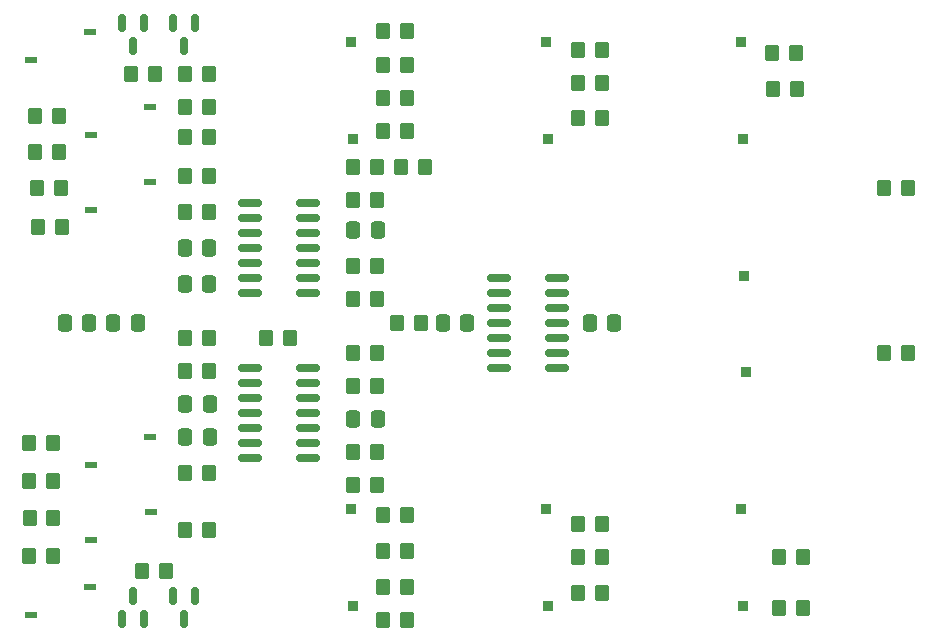
<source format=gbr>
%TF.GenerationSoftware,KiCad,Pcbnew,7.0.1*%
%TF.CreationDate,2023-09-03T00:34:55+01:00*%
%TF.ProjectId,noise-synth-card,6e6f6973-652d-4737-996e-74682d636172,rev?*%
%TF.SameCoordinates,Original*%
%TF.FileFunction,Paste,Bot*%
%TF.FilePolarity,Positive*%
%FSLAX46Y46*%
G04 Gerber Fmt 4.6, Leading zero omitted, Abs format (unit mm)*
G04 Created by KiCad (PCBNEW 7.0.1) date 2023-09-03 00:34:55*
%MOMM*%
%LPD*%
G01*
G04 APERTURE LIST*
G04 Aperture macros list*
%AMRoundRect*
0 Rectangle with rounded corners*
0 $1 Rounding radius*
0 $2 $3 $4 $5 $6 $7 $8 $9 X,Y pos of 4 corners*
0 Add a 4 corners polygon primitive as box body*
4,1,4,$2,$3,$4,$5,$6,$7,$8,$9,$2,$3,0*
0 Add four circle primitives for the rounded corners*
1,1,$1+$1,$2,$3*
1,1,$1+$1,$4,$5*
1,1,$1+$1,$6,$7*
1,1,$1+$1,$8,$9*
0 Add four rect primitives between the rounded corners*
20,1,$1+$1,$2,$3,$4,$5,0*
20,1,$1+$1,$4,$5,$6,$7,0*
20,1,$1+$1,$6,$7,$8,$9,0*
20,1,$1+$1,$8,$9,$2,$3,0*%
G04 Aperture macros list end*
%ADD10R,0.899998X0.899994*%
%ADD11R,1.020872X0.520869*%
%ADD12R,1.000000X0.499998*%
%ADD13RoundRect,0.150000X-0.825000X-0.150000X0.825000X-0.150000X0.825000X0.150000X-0.825000X0.150000X0*%
%ADD14RoundRect,0.250000X-0.350000X-0.450000X0.350000X-0.450000X0.350000X0.450000X-0.350000X0.450000X0*%
%ADD15RoundRect,0.250000X0.337500X0.475000X-0.337500X0.475000X-0.337500X-0.475000X0.337500X-0.475000X0*%
%ADD16RoundRect,0.150000X-0.150000X0.587500X-0.150000X-0.587500X0.150000X-0.587500X0.150000X0.587500X0*%
%ADD17RoundRect,0.250000X0.350000X0.450000X-0.350000X0.450000X-0.350000X-0.450000X0.350000X-0.450000X0*%
%ADD18RoundRect,0.250000X-0.337500X-0.475000X0.337500X-0.475000X0.337500X0.475000X-0.337500X0.475000X0*%
%ADD19RoundRect,0.150000X0.150000X-0.587500X0.150000X0.587500X-0.150000X0.587500X-0.150000X-0.587500X0*%
G04 APERTURE END LIST*
D10*
%TO.C,PT6*%
X171279200Y-52411000D03*
X171431600Y-60564400D03*
%TD*%
%TO.C,PT2*%
X154769200Y-52399600D03*
X154921600Y-60553000D03*
%TD*%
%TO.C,PT12*%
X171279200Y-91948000D03*
X171431600Y-100101400D03*
%TD*%
D11*
%TO.C,PT11*%
X121244636Y-85812162D03*
D12*
X116205000Y-88184799D03*
%TD*%
D11*
%TO.C,PT9*%
X121295436Y-92136762D03*
D12*
X116255800Y-94509399D03*
%TD*%
D10*
%TO.C,PT8*%
X154769200Y-91948000D03*
X154921600Y-100101400D03*
%TD*%
%TO.C,PT7*%
X138259200Y-91948000D03*
X138411600Y-100101400D03*
%TD*%
%TO.C,PT1*%
X138259200Y-52411000D03*
X138411600Y-60564400D03*
%TD*%
%TO.C,PT13*%
X171533200Y-72162000D03*
X171685600Y-80315400D03*
%TD*%
D11*
%TO.C,PT10*%
X116190036Y-98512162D03*
D12*
X111150400Y-100884799D03*
%TD*%
D11*
%TO.C,PT5*%
X121270036Y-64222162D03*
D12*
X116230400Y-66594799D03*
%TD*%
D11*
%TO.C,PT4*%
X116190036Y-51522162D03*
D12*
X111150400Y-53894799D03*
%TD*%
D11*
%TO.C,PT3*%
X121260036Y-57872162D03*
D12*
X116220400Y-60244799D03*
%TD*%
D13*
%TO.C,U4*%
X150752000Y-80010000D03*
X150752000Y-78740000D03*
X150752000Y-77470000D03*
X150752000Y-76200000D03*
X150752000Y-74930000D03*
X150752000Y-73660000D03*
X150752000Y-72390000D03*
X155702000Y-72390000D03*
X155702000Y-73660000D03*
X155702000Y-74930000D03*
X155702000Y-76200000D03*
X155702000Y-77470000D03*
X155702000Y-78740000D03*
X155702000Y-80010000D03*
%TD*%
D14*
%TO.C,R30*%
X174498000Y-96012000D03*
X176498000Y-96012000D03*
%TD*%
D15*
%TO.C,C11*%
X140505000Y-68326000D03*
X138430000Y-68326000D03*
%TD*%
%TO.C,C3*%
X116078000Y-76200000D03*
X114003000Y-76200000D03*
%TD*%
%TO.C,C10*%
X160528000Y-76200000D03*
X158453000Y-76200000D03*
%TD*%
D16*
%TO.C,Q2*%
X123190000Y-50800000D03*
X125090000Y-50800000D03*
X124140000Y-52675000D03*
%TD*%
D17*
%TO.C,R13*%
X140430000Y-65786000D03*
X138430000Y-65786000D03*
%TD*%
%TO.C,R21*%
X142970000Y-98552000D03*
X140970000Y-98552000D03*
%TD*%
D15*
%TO.C,C12*%
X140505000Y-84328000D03*
X138430000Y-84328000D03*
%TD*%
D14*
%TO.C,R12*%
X124238000Y-66802000D03*
X126238000Y-66802000D03*
%TD*%
D18*
%TO.C,C6*%
X124206000Y-83058000D03*
X126281000Y-83058000D03*
%TD*%
D13*
%TO.C,U3*%
X129670000Y-87565000D03*
X129670000Y-86295000D03*
X129670000Y-85025000D03*
X129670000Y-83755000D03*
X129670000Y-82485000D03*
X129670000Y-81215000D03*
X129670000Y-79945000D03*
X134620000Y-79945000D03*
X134620000Y-81215000D03*
X134620000Y-82485000D03*
X134620000Y-83755000D03*
X134620000Y-85025000D03*
X134620000Y-86295000D03*
X134620000Y-87565000D03*
%TD*%
D14*
%TO.C,R33*%
X124206000Y-80264000D03*
X126206000Y-80264000D03*
%TD*%
D17*
%TO.C,R41*%
X185420000Y-64770000D03*
X183420000Y-64770000D03*
%TD*%
%TO.C,R22*%
X159480000Y-99060000D03*
X157480000Y-99060000D03*
%TD*%
D16*
%TO.C,Q4*%
X123190000Y-99314000D03*
X125090000Y-99314000D03*
X124140000Y-101189000D03*
%TD*%
D14*
%TO.C,R1*%
X140995400Y-51435000D03*
X142995400Y-51435000D03*
%TD*%
%TO.C,R29*%
X124206000Y-88900000D03*
X126206000Y-88900000D03*
%TD*%
%TO.C,R19*%
X138430000Y-74168000D03*
X140430000Y-74168000D03*
%TD*%
%TO.C,R24*%
X111030000Y-95885000D03*
X113030000Y-95885000D03*
%TD*%
%TO.C,R34*%
X131096000Y-77470000D03*
X133096000Y-77470000D03*
%TD*%
%TO.C,R28*%
X124206000Y-93726000D03*
X126206000Y-93726000D03*
%TD*%
%TO.C,R7*%
X140970000Y-57150000D03*
X142970000Y-57150000D03*
%TD*%
D19*
%TO.C,Q3*%
X120772000Y-101189000D03*
X118872000Y-101189000D03*
X119822000Y-99314000D03*
%TD*%
D14*
%TO.C,R4*%
X111760000Y-68072000D03*
X113760000Y-68072000D03*
%TD*%
%TO.C,R37*%
X142154400Y-76200000D03*
X144154400Y-76200000D03*
%TD*%
D15*
%TO.C,C9*%
X120185000Y-76200000D03*
X118110000Y-76200000D03*
%TD*%
D14*
%TO.C,TH3*%
X111665000Y-64770000D03*
X113665000Y-64770000D03*
%TD*%
D17*
%TO.C,R40*%
X175904400Y-53340000D03*
X173904400Y-53340000D03*
%TD*%
%TO.C,R32*%
X140430000Y-78740000D03*
X138430000Y-78740000D03*
%TD*%
D14*
%TO.C,R5*%
X111506000Y-61722000D03*
X113506000Y-61722000D03*
%TD*%
D17*
%TO.C,TH4*%
X142970000Y-54356000D03*
X140970000Y-54356000D03*
%TD*%
%TO.C,R39*%
X176498000Y-100314000D03*
X174498000Y-100314000D03*
%TD*%
D14*
%TO.C,R11*%
X173990000Y-56388000D03*
X175990000Y-56388000D03*
%TD*%
%TO.C,R8*%
X119634000Y-55118000D03*
X121634000Y-55118000D03*
%TD*%
D17*
%TO.C,TH5*%
X159480000Y-93218000D03*
X157480000Y-93218000D03*
%TD*%
D13*
%TO.C,U2*%
X129670000Y-73660000D03*
X129670000Y-72390000D03*
X129670000Y-71120000D03*
X129670000Y-69850000D03*
X129670000Y-68580000D03*
X129670000Y-67310000D03*
X129670000Y-66040000D03*
X134620000Y-66040000D03*
X134620000Y-67310000D03*
X134620000Y-68580000D03*
X134620000Y-69850000D03*
X134620000Y-71120000D03*
X134620000Y-72390000D03*
X134620000Y-73660000D03*
%TD*%
D14*
%TO.C,R26*%
X140970000Y-95504000D03*
X142970000Y-95504000D03*
%TD*%
%TO.C,R6*%
X157480000Y-55880000D03*
X159480000Y-55880000D03*
%TD*%
%TO.C,R20*%
X140970000Y-101346000D03*
X142970000Y-101346000D03*
%TD*%
D17*
%TO.C,R17*%
X126238000Y-63754000D03*
X124238000Y-63754000D03*
%TD*%
D14*
%TO.C,R23*%
X111030000Y-86360000D03*
X113030000Y-86360000D03*
%TD*%
%TO.C,TH6*%
X111039400Y-92710000D03*
X113039400Y-92710000D03*
%TD*%
D15*
%TO.C,C7*%
X126238000Y-69850000D03*
X124163000Y-69850000D03*
%TD*%
D14*
%TO.C,TH7*%
X111030000Y-89535000D03*
X113030000Y-89535000D03*
%TD*%
%TO.C,R9*%
X124238000Y-55118000D03*
X126238000Y-55118000D03*
%TD*%
D15*
%TO.C,C1*%
X148082000Y-76200000D03*
X146007000Y-76200000D03*
%TD*%
%TO.C,C4*%
X126238000Y-72898000D03*
X124163000Y-72898000D03*
%TD*%
D14*
%TO.C,R25*%
X157480000Y-96012000D03*
X159480000Y-96012000D03*
%TD*%
D17*
%TO.C,TH1*%
X159480000Y-53086000D03*
X157480000Y-53086000D03*
%TD*%
D14*
%TO.C,R42*%
X183388000Y-78740000D03*
X185388000Y-78740000D03*
%TD*%
D17*
%TO.C,R35*%
X140430000Y-87122000D03*
X138430000Y-87122000D03*
%TD*%
D14*
%TO.C,TH2*%
X111506000Y-58674000D03*
X113506000Y-58674000D03*
%TD*%
D17*
%TO.C,R16*%
X140430000Y-71374000D03*
X138430000Y-71374000D03*
%TD*%
%TO.C,R2*%
X142970000Y-59944000D03*
X140970000Y-59944000D03*
%TD*%
D14*
%TO.C,R18*%
X142494000Y-62992000D03*
X144494000Y-62992000D03*
%TD*%
D17*
%TO.C,R36*%
X126206000Y-77470000D03*
X124206000Y-77470000D03*
%TD*%
%TO.C,R15*%
X140430000Y-62992000D03*
X138430000Y-62992000D03*
%TD*%
D15*
%TO.C,C8*%
X126281000Y-85852000D03*
X124206000Y-85852000D03*
%TD*%
D14*
%TO.C,R10*%
X124206000Y-60452000D03*
X126206000Y-60452000D03*
%TD*%
D17*
%TO.C,R3*%
X159480000Y-58801000D03*
X157480000Y-58801000D03*
%TD*%
%TO.C,R31*%
X140430000Y-81534000D03*
X138430000Y-81534000D03*
%TD*%
D16*
%TO.C,Q1*%
X118872000Y-50800000D03*
X120772000Y-50800000D03*
X119822000Y-52675000D03*
%TD*%
D14*
%TO.C,R38*%
X138430000Y-89916000D03*
X140430000Y-89916000D03*
%TD*%
D17*
%TO.C,R14*%
X126206000Y-57912000D03*
X124206000Y-57912000D03*
%TD*%
D14*
%TO.C,TH8*%
X140970000Y-92456000D03*
X142970000Y-92456000D03*
%TD*%
%TO.C,R27*%
X120555000Y-97155000D03*
X122555000Y-97155000D03*
%TD*%
M02*

</source>
